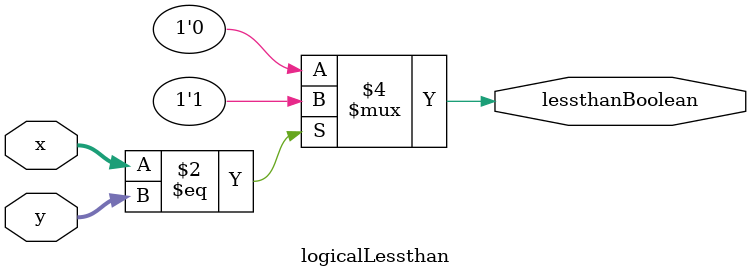
<source format=v>
/*
Gabriel Altman
ECEN 2350 Digital Logic
March, 2018
*/

module logicalLessthan(x, y, lessthanBoolean);
	input [3:0]x;
	input [3:0]y;
	output reg lessthanBoolean;
	
	always @(x,y)
		begin
			if (x == y) lessthanBoolean=1;
			else lessthanBoolean=0;
		end
endmodule
		
</source>
